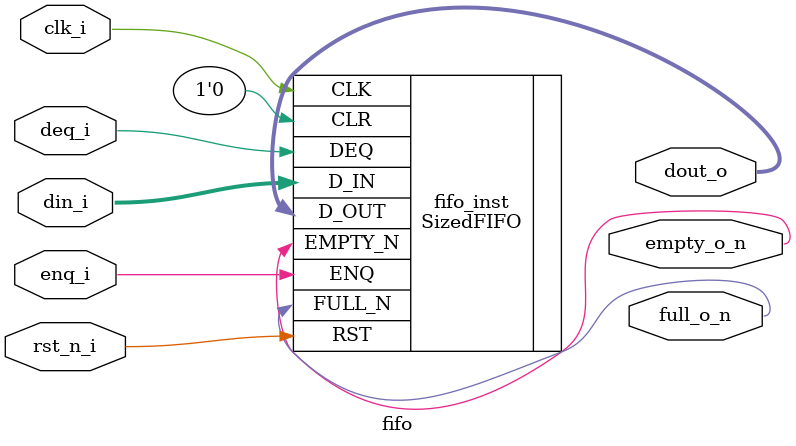
<source format=v>
`define BSV_ASSIGNMENT_DELAY #0

module fifo #(
  parameter DATA_WIDTH = 16,
  parameter FIFO_DEPTH = 3
)(
  input                       clk_i,
  input                       rst_n_i,

  input                       enq_i,
  input                       deq_i,

  input  [DATA_WIDTH - 1 : 0] din_i,
  output [DATA_WIDTH - 1 : 0] dout_o,

  output                      full_o_n,
  output                      empty_o_n
);

  SizedFIFO #(
    .p1width(DATA_WIDTH),
    .p2depth(FIFO_DEPTH + 1),           // +1 due to SizedFIFO implementation
    .p3cntr_width($clog2(FIFO_DEPTH))   // defined in SizedFIFO comments
  ) fifo_inst (
    .CLK(clk_i),
    .RST(rst_n_i),                      // active low, can toggle in SizedFIFO
    .D_IN(din_i),
    .ENQ(enq_i),
    .FULL_N(full_o_n),
    .D_OUT(dout_o),
    .DEQ(deq_i),
    .EMPTY_N(empty_o_n),
    .CLR(1'b0)
  );

endmodule

</source>
